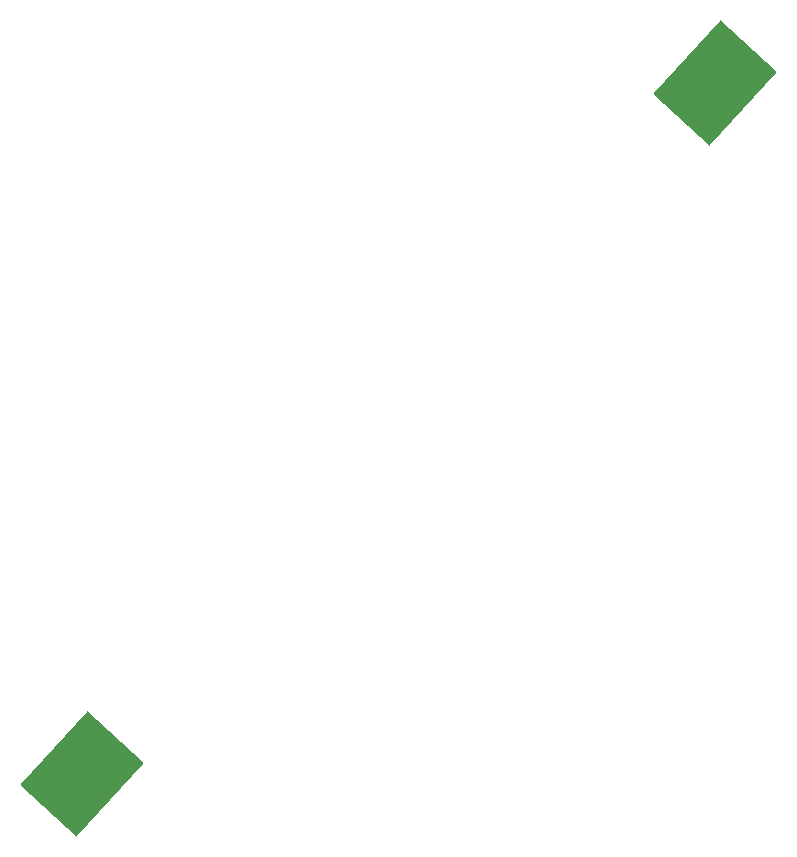
<source format=gbr>
%TF.GenerationSoftware,KiCad,Pcbnew,7.0.9-rc1*%
%TF.CreationDate,2023-11-11T13:07:52+02:00*%
%TF.ProjectId,projectA,70726f6a-6563-4744-912e-6b696361645f,rev?*%
%TF.SameCoordinates,PX5e5c173PY6474d3b*%
%TF.FileFunction,Paste,Bot*%
%TF.FilePolarity,Positive*%
%FSLAX46Y46*%
G04 Gerber Fmt 4.6, Leading zero omitted, Abs format (unit mm)*
G04 Created by KiCad (PCBNEW 7.0.9-rc1) date 2023-11-11 13:07:52*
%MOMM*%
%LPD*%
G01*
G04 APERTURE LIST*
G04 Aperture macros list*
%AMRotRect*
0 Rectangle, with rotation*
0 The origin of the aperture is its center*
0 $1 length*
0 $2 width*
0 $3 Rotation angle, in degrees counterclockwise*
0 Add horizontal line*
21,1,$1,$2,0,0,$3*%
G04 Aperture macros list end*
%ADD10RotRect,8.460000X6.470000X47.500000*%
G04 APERTURE END LIST*
D10*
%TO.C,8U*%
X27208731Y29295384D03*
X-26392596Y-29200200D03*
%TD*%
M02*

</source>
